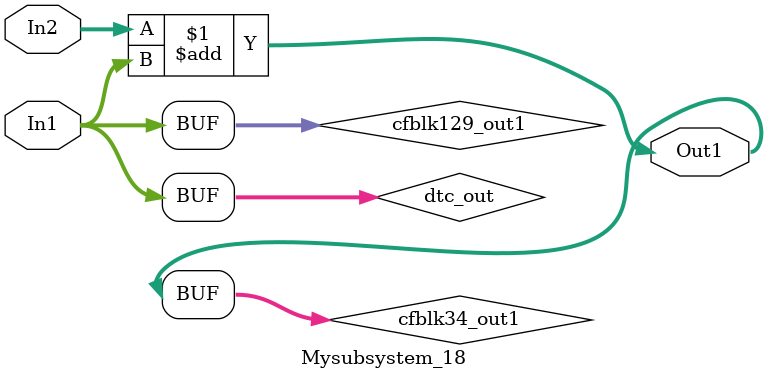
<source format=v>



`timescale 1 ns / 1 ns

module Mysubsystem_18
          (In1,
           In2,
           Out1);


  input   [7:0] In1;  // uint8
  input   [7:0] In2;  // uint8
  output  [7:0] Out1;  // uint8


  wire [7:0] dtc_out;  // ufix8
  wire [7:0] cfblk129_out1;  // uint8
  wire [7:0] cfblk34_out1;  // uint8


  assign dtc_out = In1;



  assign cfblk129_out1 = dtc_out;



  assign cfblk34_out1 = In2 + cfblk129_out1;



  assign Out1 = cfblk34_out1;

endmodule  // Mysubsystem_18


</source>
